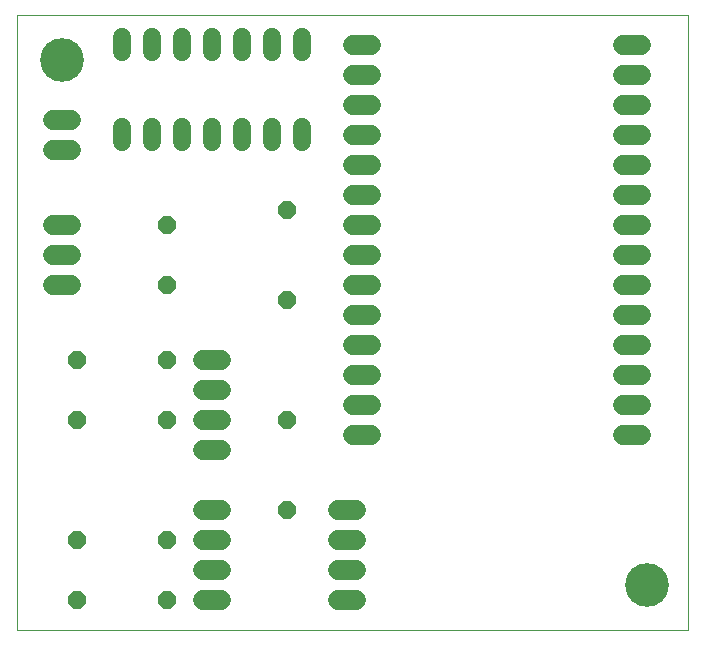
<source format=gbs>
G75*
%MOIN*%
%OFA0B0*%
%FSLAX25Y25*%
%IPPOS*%
%LPD*%
%AMOC8*
5,1,8,0,0,1.08239X$1,22.5*
%
%ADD10C,0.00000*%
%ADD11C,0.14580*%
%ADD12OC8,0.06000*%
%ADD13C,0.06000*%
%ADD14C,0.06800*%
D10*
X0093333Y0006300D02*
X0093333Y0211261D01*
X0317034Y0211261D01*
X0317034Y0006300D01*
X0093333Y0006300D01*
X0296443Y0021300D02*
X0296445Y0021469D01*
X0296451Y0021638D01*
X0296462Y0021807D01*
X0296476Y0021975D01*
X0296495Y0022143D01*
X0296518Y0022311D01*
X0296544Y0022478D01*
X0296575Y0022644D01*
X0296610Y0022810D01*
X0296649Y0022974D01*
X0296693Y0023138D01*
X0296740Y0023300D01*
X0296791Y0023461D01*
X0296846Y0023621D01*
X0296905Y0023780D01*
X0296967Y0023937D01*
X0297034Y0024092D01*
X0297105Y0024246D01*
X0297179Y0024398D01*
X0297257Y0024548D01*
X0297338Y0024696D01*
X0297423Y0024842D01*
X0297512Y0024986D01*
X0297604Y0025128D01*
X0297700Y0025267D01*
X0297799Y0025404D01*
X0297901Y0025539D01*
X0298007Y0025671D01*
X0298116Y0025800D01*
X0298228Y0025927D01*
X0298343Y0026051D01*
X0298461Y0026172D01*
X0298582Y0026290D01*
X0298706Y0026405D01*
X0298833Y0026517D01*
X0298962Y0026626D01*
X0299094Y0026732D01*
X0299229Y0026834D01*
X0299366Y0026933D01*
X0299505Y0027029D01*
X0299647Y0027121D01*
X0299791Y0027210D01*
X0299937Y0027295D01*
X0300085Y0027376D01*
X0300235Y0027454D01*
X0300387Y0027528D01*
X0300541Y0027599D01*
X0300696Y0027666D01*
X0300853Y0027728D01*
X0301012Y0027787D01*
X0301172Y0027842D01*
X0301333Y0027893D01*
X0301495Y0027940D01*
X0301659Y0027984D01*
X0301823Y0028023D01*
X0301989Y0028058D01*
X0302155Y0028089D01*
X0302322Y0028115D01*
X0302490Y0028138D01*
X0302658Y0028157D01*
X0302826Y0028171D01*
X0302995Y0028182D01*
X0303164Y0028188D01*
X0303333Y0028190D01*
X0303502Y0028188D01*
X0303671Y0028182D01*
X0303840Y0028171D01*
X0304008Y0028157D01*
X0304176Y0028138D01*
X0304344Y0028115D01*
X0304511Y0028089D01*
X0304677Y0028058D01*
X0304843Y0028023D01*
X0305007Y0027984D01*
X0305171Y0027940D01*
X0305333Y0027893D01*
X0305494Y0027842D01*
X0305654Y0027787D01*
X0305813Y0027728D01*
X0305970Y0027666D01*
X0306125Y0027599D01*
X0306279Y0027528D01*
X0306431Y0027454D01*
X0306581Y0027376D01*
X0306729Y0027295D01*
X0306875Y0027210D01*
X0307019Y0027121D01*
X0307161Y0027029D01*
X0307300Y0026933D01*
X0307437Y0026834D01*
X0307572Y0026732D01*
X0307704Y0026626D01*
X0307833Y0026517D01*
X0307960Y0026405D01*
X0308084Y0026290D01*
X0308205Y0026172D01*
X0308323Y0026051D01*
X0308438Y0025927D01*
X0308550Y0025800D01*
X0308659Y0025671D01*
X0308765Y0025539D01*
X0308867Y0025404D01*
X0308966Y0025267D01*
X0309062Y0025128D01*
X0309154Y0024986D01*
X0309243Y0024842D01*
X0309328Y0024696D01*
X0309409Y0024548D01*
X0309487Y0024398D01*
X0309561Y0024246D01*
X0309632Y0024092D01*
X0309699Y0023937D01*
X0309761Y0023780D01*
X0309820Y0023621D01*
X0309875Y0023461D01*
X0309926Y0023300D01*
X0309973Y0023138D01*
X0310017Y0022974D01*
X0310056Y0022810D01*
X0310091Y0022644D01*
X0310122Y0022478D01*
X0310148Y0022311D01*
X0310171Y0022143D01*
X0310190Y0021975D01*
X0310204Y0021807D01*
X0310215Y0021638D01*
X0310221Y0021469D01*
X0310223Y0021300D01*
X0310221Y0021131D01*
X0310215Y0020962D01*
X0310204Y0020793D01*
X0310190Y0020625D01*
X0310171Y0020457D01*
X0310148Y0020289D01*
X0310122Y0020122D01*
X0310091Y0019956D01*
X0310056Y0019790D01*
X0310017Y0019626D01*
X0309973Y0019462D01*
X0309926Y0019300D01*
X0309875Y0019139D01*
X0309820Y0018979D01*
X0309761Y0018820D01*
X0309699Y0018663D01*
X0309632Y0018508D01*
X0309561Y0018354D01*
X0309487Y0018202D01*
X0309409Y0018052D01*
X0309328Y0017904D01*
X0309243Y0017758D01*
X0309154Y0017614D01*
X0309062Y0017472D01*
X0308966Y0017333D01*
X0308867Y0017196D01*
X0308765Y0017061D01*
X0308659Y0016929D01*
X0308550Y0016800D01*
X0308438Y0016673D01*
X0308323Y0016549D01*
X0308205Y0016428D01*
X0308084Y0016310D01*
X0307960Y0016195D01*
X0307833Y0016083D01*
X0307704Y0015974D01*
X0307572Y0015868D01*
X0307437Y0015766D01*
X0307300Y0015667D01*
X0307161Y0015571D01*
X0307019Y0015479D01*
X0306875Y0015390D01*
X0306729Y0015305D01*
X0306581Y0015224D01*
X0306431Y0015146D01*
X0306279Y0015072D01*
X0306125Y0015001D01*
X0305970Y0014934D01*
X0305813Y0014872D01*
X0305654Y0014813D01*
X0305494Y0014758D01*
X0305333Y0014707D01*
X0305171Y0014660D01*
X0305007Y0014616D01*
X0304843Y0014577D01*
X0304677Y0014542D01*
X0304511Y0014511D01*
X0304344Y0014485D01*
X0304176Y0014462D01*
X0304008Y0014443D01*
X0303840Y0014429D01*
X0303671Y0014418D01*
X0303502Y0014412D01*
X0303333Y0014410D01*
X0303164Y0014412D01*
X0302995Y0014418D01*
X0302826Y0014429D01*
X0302658Y0014443D01*
X0302490Y0014462D01*
X0302322Y0014485D01*
X0302155Y0014511D01*
X0301989Y0014542D01*
X0301823Y0014577D01*
X0301659Y0014616D01*
X0301495Y0014660D01*
X0301333Y0014707D01*
X0301172Y0014758D01*
X0301012Y0014813D01*
X0300853Y0014872D01*
X0300696Y0014934D01*
X0300541Y0015001D01*
X0300387Y0015072D01*
X0300235Y0015146D01*
X0300085Y0015224D01*
X0299937Y0015305D01*
X0299791Y0015390D01*
X0299647Y0015479D01*
X0299505Y0015571D01*
X0299366Y0015667D01*
X0299229Y0015766D01*
X0299094Y0015868D01*
X0298962Y0015974D01*
X0298833Y0016083D01*
X0298706Y0016195D01*
X0298582Y0016310D01*
X0298461Y0016428D01*
X0298343Y0016549D01*
X0298228Y0016673D01*
X0298116Y0016800D01*
X0298007Y0016929D01*
X0297901Y0017061D01*
X0297799Y0017196D01*
X0297700Y0017333D01*
X0297604Y0017472D01*
X0297512Y0017614D01*
X0297423Y0017758D01*
X0297338Y0017904D01*
X0297257Y0018052D01*
X0297179Y0018202D01*
X0297105Y0018354D01*
X0297034Y0018508D01*
X0296967Y0018663D01*
X0296905Y0018820D01*
X0296846Y0018979D01*
X0296791Y0019139D01*
X0296740Y0019300D01*
X0296693Y0019462D01*
X0296649Y0019626D01*
X0296610Y0019790D01*
X0296575Y0019956D01*
X0296544Y0020122D01*
X0296518Y0020289D01*
X0296495Y0020457D01*
X0296476Y0020625D01*
X0296462Y0020793D01*
X0296451Y0020962D01*
X0296445Y0021131D01*
X0296443Y0021300D01*
X0101443Y0196300D02*
X0101445Y0196469D01*
X0101451Y0196638D01*
X0101462Y0196807D01*
X0101476Y0196975D01*
X0101495Y0197143D01*
X0101518Y0197311D01*
X0101544Y0197478D01*
X0101575Y0197644D01*
X0101610Y0197810D01*
X0101649Y0197974D01*
X0101693Y0198138D01*
X0101740Y0198300D01*
X0101791Y0198461D01*
X0101846Y0198621D01*
X0101905Y0198780D01*
X0101967Y0198937D01*
X0102034Y0199092D01*
X0102105Y0199246D01*
X0102179Y0199398D01*
X0102257Y0199548D01*
X0102338Y0199696D01*
X0102423Y0199842D01*
X0102512Y0199986D01*
X0102604Y0200128D01*
X0102700Y0200267D01*
X0102799Y0200404D01*
X0102901Y0200539D01*
X0103007Y0200671D01*
X0103116Y0200800D01*
X0103228Y0200927D01*
X0103343Y0201051D01*
X0103461Y0201172D01*
X0103582Y0201290D01*
X0103706Y0201405D01*
X0103833Y0201517D01*
X0103962Y0201626D01*
X0104094Y0201732D01*
X0104229Y0201834D01*
X0104366Y0201933D01*
X0104505Y0202029D01*
X0104647Y0202121D01*
X0104791Y0202210D01*
X0104937Y0202295D01*
X0105085Y0202376D01*
X0105235Y0202454D01*
X0105387Y0202528D01*
X0105541Y0202599D01*
X0105696Y0202666D01*
X0105853Y0202728D01*
X0106012Y0202787D01*
X0106172Y0202842D01*
X0106333Y0202893D01*
X0106495Y0202940D01*
X0106659Y0202984D01*
X0106823Y0203023D01*
X0106989Y0203058D01*
X0107155Y0203089D01*
X0107322Y0203115D01*
X0107490Y0203138D01*
X0107658Y0203157D01*
X0107826Y0203171D01*
X0107995Y0203182D01*
X0108164Y0203188D01*
X0108333Y0203190D01*
X0108502Y0203188D01*
X0108671Y0203182D01*
X0108840Y0203171D01*
X0109008Y0203157D01*
X0109176Y0203138D01*
X0109344Y0203115D01*
X0109511Y0203089D01*
X0109677Y0203058D01*
X0109843Y0203023D01*
X0110007Y0202984D01*
X0110171Y0202940D01*
X0110333Y0202893D01*
X0110494Y0202842D01*
X0110654Y0202787D01*
X0110813Y0202728D01*
X0110970Y0202666D01*
X0111125Y0202599D01*
X0111279Y0202528D01*
X0111431Y0202454D01*
X0111581Y0202376D01*
X0111729Y0202295D01*
X0111875Y0202210D01*
X0112019Y0202121D01*
X0112161Y0202029D01*
X0112300Y0201933D01*
X0112437Y0201834D01*
X0112572Y0201732D01*
X0112704Y0201626D01*
X0112833Y0201517D01*
X0112960Y0201405D01*
X0113084Y0201290D01*
X0113205Y0201172D01*
X0113323Y0201051D01*
X0113438Y0200927D01*
X0113550Y0200800D01*
X0113659Y0200671D01*
X0113765Y0200539D01*
X0113867Y0200404D01*
X0113966Y0200267D01*
X0114062Y0200128D01*
X0114154Y0199986D01*
X0114243Y0199842D01*
X0114328Y0199696D01*
X0114409Y0199548D01*
X0114487Y0199398D01*
X0114561Y0199246D01*
X0114632Y0199092D01*
X0114699Y0198937D01*
X0114761Y0198780D01*
X0114820Y0198621D01*
X0114875Y0198461D01*
X0114926Y0198300D01*
X0114973Y0198138D01*
X0115017Y0197974D01*
X0115056Y0197810D01*
X0115091Y0197644D01*
X0115122Y0197478D01*
X0115148Y0197311D01*
X0115171Y0197143D01*
X0115190Y0196975D01*
X0115204Y0196807D01*
X0115215Y0196638D01*
X0115221Y0196469D01*
X0115223Y0196300D01*
X0115221Y0196131D01*
X0115215Y0195962D01*
X0115204Y0195793D01*
X0115190Y0195625D01*
X0115171Y0195457D01*
X0115148Y0195289D01*
X0115122Y0195122D01*
X0115091Y0194956D01*
X0115056Y0194790D01*
X0115017Y0194626D01*
X0114973Y0194462D01*
X0114926Y0194300D01*
X0114875Y0194139D01*
X0114820Y0193979D01*
X0114761Y0193820D01*
X0114699Y0193663D01*
X0114632Y0193508D01*
X0114561Y0193354D01*
X0114487Y0193202D01*
X0114409Y0193052D01*
X0114328Y0192904D01*
X0114243Y0192758D01*
X0114154Y0192614D01*
X0114062Y0192472D01*
X0113966Y0192333D01*
X0113867Y0192196D01*
X0113765Y0192061D01*
X0113659Y0191929D01*
X0113550Y0191800D01*
X0113438Y0191673D01*
X0113323Y0191549D01*
X0113205Y0191428D01*
X0113084Y0191310D01*
X0112960Y0191195D01*
X0112833Y0191083D01*
X0112704Y0190974D01*
X0112572Y0190868D01*
X0112437Y0190766D01*
X0112300Y0190667D01*
X0112161Y0190571D01*
X0112019Y0190479D01*
X0111875Y0190390D01*
X0111729Y0190305D01*
X0111581Y0190224D01*
X0111431Y0190146D01*
X0111279Y0190072D01*
X0111125Y0190001D01*
X0110970Y0189934D01*
X0110813Y0189872D01*
X0110654Y0189813D01*
X0110494Y0189758D01*
X0110333Y0189707D01*
X0110171Y0189660D01*
X0110007Y0189616D01*
X0109843Y0189577D01*
X0109677Y0189542D01*
X0109511Y0189511D01*
X0109344Y0189485D01*
X0109176Y0189462D01*
X0109008Y0189443D01*
X0108840Y0189429D01*
X0108671Y0189418D01*
X0108502Y0189412D01*
X0108333Y0189410D01*
X0108164Y0189412D01*
X0107995Y0189418D01*
X0107826Y0189429D01*
X0107658Y0189443D01*
X0107490Y0189462D01*
X0107322Y0189485D01*
X0107155Y0189511D01*
X0106989Y0189542D01*
X0106823Y0189577D01*
X0106659Y0189616D01*
X0106495Y0189660D01*
X0106333Y0189707D01*
X0106172Y0189758D01*
X0106012Y0189813D01*
X0105853Y0189872D01*
X0105696Y0189934D01*
X0105541Y0190001D01*
X0105387Y0190072D01*
X0105235Y0190146D01*
X0105085Y0190224D01*
X0104937Y0190305D01*
X0104791Y0190390D01*
X0104647Y0190479D01*
X0104505Y0190571D01*
X0104366Y0190667D01*
X0104229Y0190766D01*
X0104094Y0190868D01*
X0103962Y0190974D01*
X0103833Y0191083D01*
X0103706Y0191195D01*
X0103582Y0191310D01*
X0103461Y0191428D01*
X0103343Y0191549D01*
X0103228Y0191673D01*
X0103116Y0191800D01*
X0103007Y0191929D01*
X0102901Y0192061D01*
X0102799Y0192196D01*
X0102700Y0192333D01*
X0102604Y0192472D01*
X0102512Y0192614D01*
X0102423Y0192758D01*
X0102338Y0192904D01*
X0102257Y0193052D01*
X0102179Y0193202D01*
X0102105Y0193354D01*
X0102034Y0193508D01*
X0101967Y0193663D01*
X0101905Y0193820D01*
X0101846Y0193979D01*
X0101791Y0194139D01*
X0101740Y0194300D01*
X0101693Y0194462D01*
X0101649Y0194626D01*
X0101610Y0194790D01*
X0101575Y0194956D01*
X0101544Y0195122D01*
X0101518Y0195289D01*
X0101495Y0195457D01*
X0101476Y0195625D01*
X0101462Y0195793D01*
X0101451Y0195962D01*
X0101445Y0196131D01*
X0101443Y0196300D01*
D11*
X0108333Y0196300D03*
X0303333Y0021300D03*
D12*
X0183333Y0046300D03*
X0143333Y0036300D03*
X0143333Y0016300D03*
X0113333Y0016300D03*
X0113333Y0036300D03*
X0113333Y0076300D03*
X0113333Y0096300D03*
X0143333Y0096300D03*
X0143333Y0076300D03*
X0183333Y0076300D03*
X0183333Y0116300D03*
X0143333Y0121300D03*
X0143333Y0141300D03*
X0183333Y0146300D03*
D13*
X0178333Y0168700D02*
X0178333Y0173900D01*
X0168333Y0173900D02*
X0168333Y0168700D01*
X0158333Y0168700D02*
X0158333Y0173900D01*
X0148333Y0173900D02*
X0148333Y0168700D01*
X0138333Y0168700D02*
X0138333Y0173900D01*
X0128333Y0173900D02*
X0128333Y0168700D01*
X0128333Y0198700D02*
X0128333Y0203900D01*
X0138333Y0203900D02*
X0138333Y0198700D01*
X0148333Y0198700D02*
X0148333Y0203900D01*
X0158333Y0203900D02*
X0158333Y0198700D01*
X0168333Y0198700D02*
X0168333Y0203900D01*
X0178333Y0203900D02*
X0178333Y0198700D01*
X0188333Y0198700D02*
X0188333Y0203900D01*
X0188333Y0173900D02*
X0188333Y0168700D01*
D14*
X0205333Y0171300D02*
X0211333Y0171300D01*
X0211333Y0161300D02*
X0205333Y0161300D01*
X0205333Y0151300D02*
X0211333Y0151300D01*
X0211333Y0141300D02*
X0205333Y0141300D01*
X0205333Y0131300D02*
X0211333Y0131300D01*
X0211333Y0121300D02*
X0205333Y0121300D01*
X0205333Y0111300D02*
X0211333Y0111300D01*
X0211333Y0101300D02*
X0205333Y0101300D01*
X0205333Y0091300D02*
X0211333Y0091300D01*
X0211333Y0081300D02*
X0205333Y0081300D01*
X0205333Y0071300D02*
X0211333Y0071300D01*
X0206333Y0046300D02*
X0200333Y0046300D01*
X0200333Y0036300D02*
X0206333Y0036300D01*
X0206333Y0026300D02*
X0200333Y0026300D01*
X0200333Y0016300D02*
X0206333Y0016300D01*
X0161333Y0016300D02*
X0155333Y0016300D01*
X0155333Y0026300D02*
X0161333Y0026300D01*
X0161333Y0036300D02*
X0155333Y0036300D01*
X0155333Y0046300D02*
X0161333Y0046300D01*
X0161333Y0066300D02*
X0155333Y0066300D01*
X0155333Y0076300D02*
X0161333Y0076300D01*
X0161333Y0086300D02*
X0155333Y0086300D01*
X0155333Y0096300D02*
X0161333Y0096300D01*
X0111333Y0121300D02*
X0105333Y0121300D01*
X0105333Y0131300D02*
X0111333Y0131300D01*
X0111333Y0141300D02*
X0105333Y0141300D01*
X0105333Y0166300D02*
X0111333Y0166300D01*
X0111333Y0176300D02*
X0105333Y0176300D01*
X0205333Y0181300D02*
X0211333Y0181300D01*
X0211333Y0191300D02*
X0205333Y0191300D01*
X0205333Y0201300D02*
X0211333Y0201300D01*
X0295333Y0201300D02*
X0301333Y0201300D01*
X0301333Y0191300D02*
X0295333Y0191300D01*
X0295333Y0181300D02*
X0301333Y0181300D01*
X0301333Y0171300D02*
X0295333Y0171300D01*
X0295333Y0161300D02*
X0301333Y0161300D01*
X0301333Y0151300D02*
X0295333Y0151300D01*
X0295333Y0141300D02*
X0301333Y0141300D01*
X0301333Y0131300D02*
X0295333Y0131300D01*
X0295333Y0121300D02*
X0301333Y0121300D01*
X0301333Y0111300D02*
X0295333Y0111300D01*
X0295333Y0101300D02*
X0301333Y0101300D01*
X0301333Y0091300D02*
X0295333Y0091300D01*
X0295333Y0081300D02*
X0301333Y0081300D01*
X0301333Y0071300D02*
X0295333Y0071300D01*
M02*

</source>
